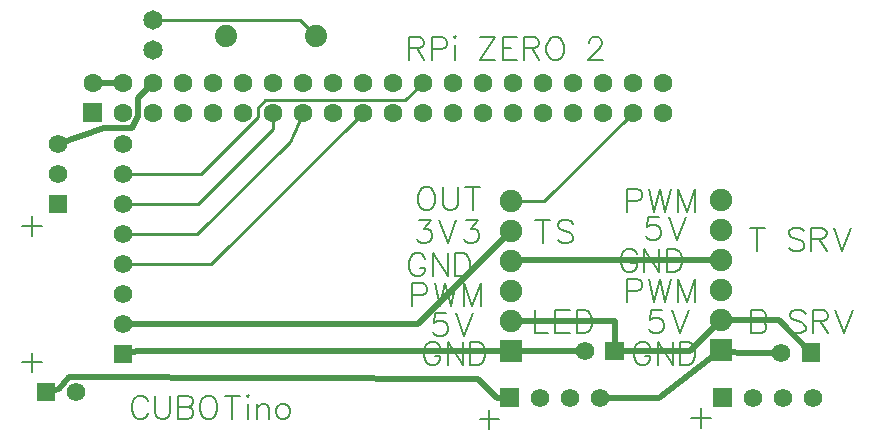
<source format=gtl>
G04 Layer: TopLayer*
G04 EasyEDA v6.5.5, 2022-06-30 12:06:16*
G04 14c6360a081142a8b98b93fd51069ae2,59b13081229d43bfb627b6405b151bcb,10*
G04 Gerber Generator version 0.2*
G04 Scale: 100 percent, Rotated: No, Reflected: No *
G04 Dimensions in millimeters *
G04 leading zeros omitted , absolute positions ,4 integer and 5 decimal *
%FSLAX45Y45*%
%MOMM*%

%ADD10C,0.2540*%
%ADD11C,0.5000*%
%ADD12C,0.2032*%
%ADD13R,1.5748X1.5748*%
%ADD14C,1.5748*%
%ADD15C,1.6000*%
%ADD17C,1.6510*%
%ADD18C,1.8796*%
%ADD19R,1.9000X1.9000*%
%ADD20C,1.9000*%

%LPD*%
D12*
X1891029Y6292850D02*
G01*
X1881886Y6311392D01*
X1863344Y6329934D01*
X1845055Y6339078D01*
X1807971Y6339078D01*
X1789429Y6329934D01*
X1771142Y6311392D01*
X1761744Y6292850D01*
X1752600Y6265163D01*
X1752600Y6219189D01*
X1761744Y6191250D01*
X1771142Y6172962D01*
X1789429Y6154420D01*
X1807971Y6145276D01*
X1845055Y6145276D01*
X1863344Y6154420D01*
X1881886Y6172962D01*
X1891029Y6191250D01*
X1951990Y6339078D02*
G01*
X1951990Y6200647D01*
X1961388Y6172962D01*
X1979929Y6154420D01*
X2007615Y6145276D01*
X2025904Y6145276D01*
X2053590Y6154420D01*
X2072131Y6172962D01*
X2081529Y6200647D01*
X2081529Y6339078D01*
X2142490Y6339078D02*
G01*
X2142490Y6145276D01*
X2142490Y6339078D02*
G01*
X2225547Y6339078D01*
X2253234Y6329934D01*
X2262377Y6320789D01*
X2271775Y6302247D01*
X2271775Y6283705D01*
X2262377Y6265163D01*
X2253234Y6256020D01*
X2225547Y6246876D01*
X2142490Y6246876D02*
G01*
X2225547Y6246876D01*
X2253234Y6237478D01*
X2262377Y6228334D01*
X2271775Y6209792D01*
X2271775Y6182105D01*
X2262377Y6163563D01*
X2253234Y6154420D01*
X2225547Y6145276D01*
X2142490Y6145276D01*
X2388108Y6339078D02*
G01*
X2369565Y6329934D01*
X2351024Y6311392D01*
X2341879Y6292850D01*
X2332736Y6265163D01*
X2332736Y6219189D01*
X2341879Y6191250D01*
X2351024Y6172962D01*
X2369565Y6154420D01*
X2388108Y6145276D01*
X2424938Y6145276D01*
X2443479Y6154420D01*
X2462022Y6172962D01*
X2471165Y6191250D01*
X2480309Y6219189D01*
X2480309Y6265163D01*
X2471165Y6292850D01*
X2462022Y6311392D01*
X2443479Y6329934D01*
X2424938Y6339078D01*
X2388108Y6339078D01*
X2606040Y6339078D02*
G01*
X2606040Y6145276D01*
X2541270Y6339078D02*
G01*
X2670809Y6339078D01*
X2731770Y6339078D02*
G01*
X2740913Y6329934D01*
X2750058Y6339078D01*
X2740913Y6348476D01*
X2731770Y6339078D01*
X2740913Y6274562D02*
G01*
X2740913Y6145276D01*
X2811018Y6274562D02*
G01*
X2811018Y6145276D01*
X2811018Y6237478D02*
G01*
X2838704Y6265163D01*
X2857245Y6274562D01*
X2884931Y6274562D01*
X2903474Y6265163D01*
X2912618Y6237478D01*
X2912618Y6145276D01*
X3019806Y6274562D02*
G01*
X3001263Y6265163D01*
X2982975Y6246876D01*
X2973577Y6219189D01*
X2973577Y6200647D01*
X2982975Y6172962D01*
X3001263Y6154420D01*
X3019806Y6145276D01*
X3047491Y6145276D01*
X3066034Y6154420D01*
X3084575Y6172962D01*
X3093720Y6200647D01*
X3093720Y6219189D01*
X3084575Y6246876D01*
X3066034Y6265163D01*
X3047491Y6274562D01*
X3019806Y6274562D01*
X4367529Y6750050D02*
G01*
X4358386Y6768592D01*
X4339843Y6787134D01*
X4321556Y6796278D01*
X4284472Y6796278D01*
X4265929Y6787134D01*
X4247641Y6768592D01*
X4238243Y6750050D01*
X4229100Y6722363D01*
X4229100Y6676389D01*
X4238243Y6648450D01*
X4247641Y6630162D01*
X4265929Y6611620D01*
X4284472Y6602476D01*
X4321556Y6602476D01*
X4339843Y6611620D01*
X4358386Y6630162D01*
X4367529Y6648450D01*
X4367529Y6676389D01*
X4321556Y6676389D02*
G01*
X4367529Y6676389D01*
X4428490Y6796278D02*
G01*
X4428490Y6602476D01*
X4428490Y6796278D02*
G01*
X4558029Y6602476D01*
X4558029Y6796278D02*
G01*
X4558029Y6602476D01*
X4618990Y6796278D02*
G01*
X4618990Y6602476D01*
X4618990Y6796278D02*
G01*
X4683506Y6796278D01*
X4711191Y6787134D01*
X4729734Y6768592D01*
X4738877Y6750050D01*
X4748275Y6722363D01*
X4748275Y6676389D01*
X4738877Y6648450D01*
X4729734Y6630162D01*
X4711191Y6611620D01*
X4683506Y6602476D01*
X4618990Y6602476D01*
X4416043Y7037578D02*
G01*
X4323841Y7037578D01*
X4314443Y6954520D01*
X4323841Y6963663D01*
X4351527Y6973062D01*
X4379213Y6973062D01*
X4406900Y6963663D01*
X4425441Y6945376D01*
X4434586Y6917689D01*
X4434586Y6899147D01*
X4425441Y6871462D01*
X4406900Y6852920D01*
X4379213Y6843776D01*
X4351527Y6843776D01*
X4323841Y6852920D01*
X4314443Y6862063D01*
X4305300Y6880605D01*
X4495545Y7037578D02*
G01*
X4569459Y6843776D01*
X4643374Y7037578D02*
G01*
X4569459Y6843776D01*
X4127500Y7291578D02*
G01*
X4127500Y7097776D01*
X4127500Y7291578D02*
G01*
X4210558Y7291578D01*
X4238243Y7282434D01*
X4247641Y7273289D01*
X4256786Y7254747D01*
X4256786Y7227062D01*
X4247641Y7208520D01*
X4238243Y7199376D01*
X4210558Y7189978D01*
X4127500Y7189978D01*
X4317745Y7291578D02*
G01*
X4363974Y7097776D01*
X4410202Y7291578D02*
G01*
X4363974Y7097776D01*
X4410202Y7291578D02*
G01*
X4456429Y7097776D01*
X4502404Y7291578D02*
G01*
X4456429Y7097776D01*
X4563363Y7291578D02*
G01*
X4563363Y7097776D01*
X4563363Y7291578D02*
G01*
X4637277Y7097776D01*
X4711191Y7291578D02*
G01*
X4637277Y7097776D01*
X4711191Y7291578D02*
G01*
X4711191Y7097776D01*
X4240529Y7499350D02*
G01*
X4231386Y7517892D01*
X4212843Y7536434D01*
X4194556Y7545578D01*
X4157472Y7545578D01*
X4138929Y7536434D01*
X4120641Y7517892D01*
X4111243Y7499350D01*
X4102100Y7471663D01*
X4102100Y7425689D01*
X4111243Y7397750D01*
X4120641Y7379462D01*
X4138929Y7360920D01*
X4157472Y7351776D01*
X4194556Y7351776D01*
X4212843Y7360920D01*
X4231386Y7379462D01*
X4240529Y7397750D01*
X4240529Y7425689D01*
X4194556Y7425689D02*
G01*
X4240529Y7425689D01*
X4301490Y7545578D02*
G01*
X4301490Y7351776D01*
X4301490Y7545578D02*
G01*
X4431029Y7351776D01*
X4431029Y7545578D02*
G01*
X4431029Y7351776D01*
X4491990Y7545578D02*
G01*
X4491990Y7351776D01*
X4491990Y7545578D02*
G01*
X4556506Y7545578D01*
X4584191Y7536434D01*
X4602734Y7517892D01*
X4611877Y7499350D01*
X4621275Y7471663D01*
X4621275Y7425689D01*
X4611877Y7397750D01*
X4602734Y7379462D01*
X4584191Y7360920D01*
X4556506Y7351776D01*
X4491990Y7351776D01*
X4184141Y7824978D02*
G01*
X4285741Y7824978D01*
X4230370Y7751063D01*
X4258056Y7751063D01*
X4276343Y7741920D01*
X4285741Y7732776D01*
X4294886Y7705089D01*
X4294886Y7686547D01*
X4285741Y7658862D01*
X4267200Y7640320D01*
X4239513Y7631176D01*
X4211827Y7631176D01*
X4184141Y7640320D01*
X4174743Y7649463D01*
X4165600Y7668005D01*
X4355845Y7824978D02*
G01*
X4429759Y7631176D01*
X4503674Y7824978D02*
G01*
X4429759Y7631176D01*
X4583175Y7824978D02*
G01*
X4684775Y7824978D01*
X4629150Y7751063D01*
X4657090Y7751063D01*
X4675377Y7741920D01*
X4684775Y7732776D01*
X4693920Y7705089D01*
X4693920Y7686547D01*
X4684775Y7658862D01*
X4666234Y7640320D01*
X4638547Y7631176D01*
X4610861Y7631176D01*
X4583175Y7640320D01*
X4573777Y7649463D01*
X4564634Y7668005D01*
X4233672Y8104378D02*
G01*
X4215129Y8095234D01*
X4196841Y8076692D01*
X4187443Y8058150D01*
X4178300Y8030463D01*
X4178300Y7984489D01*
X4187443Y7956550D01*
X4196841Y7938262D01*
X4215129Y7919720D01*
X4233672Y7910576D01*
X4270756Y7910576D01*
X4289043Y7919720D01*
X4307586Y7938262D01*
X4316729Y7956550D01*
X4326127Y7984489D01*
X4326127Y8030463D01*
X4316729Y8058150D01*
X4307586Y8076692D01*
X4289043Y8095234D01*
X4270756Y8104378D01*
X4233672Y8104378D01*
X4387088Y8104378D02*
G01*
X4387088Y7965947D01*
X4396231Y7938262D01*
X4414774Y7919720D01*
X4442459Y7910576D01*
X4461002Y7910576D01*
X4488688Y7919720D01*
X4507229Y7938262D01*
X4516374Y7965947D01*
X4516374Y8104378D01*
X4641850Y8104378D02*
G01*
X4641850Y7910576D01*
X4577334Y8104378D02*
G01*
X4706620Y8104378D01*
X6145529Y6750050D02*
G01*
X6136386Y6768592D01*
X6117843Y6787134D01*
X6099556Y6796278D01*
X6062472Y6796278D01*
X6043929Y6787134D01*
X6025641Y6768592D01*
X6016243Y6750050D01*
X6007100Y6722363D01*
X6007100Y6676389D01*
X6016243Y6648450D01*
X6025641Y6630162D01*
X6043929Y6611620D01*
X6062472Y6602476D01*
X6099556Y6602476D01*
X6117843Y6611620D01*
X6136386Y6630162D01*
X6145529Y6648450D01*
X6145529Y6676389D01*
X6099556Y6676389D02*
G01*
X6145529Y6676389D01*
X6206490Y6796278D02*
G01*
X6206490Y6602476D01*
X6206490Y6796278D02*
G01*
X6336029Y6602476D01*
X6336029Y6796278D02*
G01*
X6336029Y6602476D01*
X6396990Y6796278D02*
G01*
X6396990Y6602476D01*
X6396990Y6796278D02*
G01*
X6461506Y6796278D01*
X6489191Y6787134D01*
X6507734Y6768592D01*
X6516877Y6750050D01*
X6526275Y6722363D01*
X6526275Y6676389D01*
X6516877Y6648450D01*
X6507734Y6630162D01*
X6489191Y6611620D01*
X6461506Y6602476D01*
X6396990Y6602476D01*
X6244843Y7062978D02*
G01*
X6152641Y7062978D01*
X6143243Y6979920D01*
X6152641Y6989063D01*
X6180327Y6998462D01*
X6208013Y6998462D01*
X6235700Y6989063D01*
X6254241Y6970776D01*
X6263386Y6943089D01*
X6263386Y6924547D01*
X6254241Y6896862D01*
X6235700Y6878320D01*
X6208013Y6869176D01*
X6180327Y6869176D01*
X6152641Y6878320D01*
X6143243Y6887463D01*
X6134100Y6906005D01*
X6324345Y7062978D02*
G01*
X6398259Y6869176D01*
X6472174Y7062978D02*
G01*
X6398259Y6869176D01*
X5943600Y7329678D02*
G01*
X5943600Y7135876D01*
X5943600Y7329678D02*
G01*
X6026658Y7329678D01*
X6054343Y7320534D01*
X6063741Y7311389D01*
X6072886Y7292847D01*
X6072886Y7265162D01*
X6063741Y7246620D01*
X6054343Y7237476D01*
X6026658Y7228078D01*
X5943600Y7228078D01*
X6133845Y7329678D02*
G01*
X6180074Y7135876D01*
X6226302Y7329678D02*
G01*
X6180074Y7135876D01*
X6226302Y7329678D02*
G01*
X6272529Y7135876D01*
X6318504Y7329678D02*
G01*
X6272529Y7135876D01*
X6379463Y7329678D02*
G01*
X6379463Y7135876D01*
X6379463Y7329678D02*
G01*
X6453377Y7135876D01*
X6527291Y7329678D02*
G01*
X6453377Y7135876D01*
X6527291Y7329678D02*
G01*
X6527291Y7135876D01*
X6031229Y7537450D02*
G01*
X6022086Y7555992D01*
X6003543Y7574534D01*
X5985256Y7583678D01*
X5948172Y7583678D01*
X5929629Y7574534D01*
X5911341Y7555992D01*
X5901943Y7537450D01*
X5892800Y7509763D01*
X5892800Y7463789D01*
X5901943Y7435850D01*
X5911341Y7417562D01*
X5929629Y7399020D01*
X5948172Y7389876D01*
X5985256Y7389876D01*
X6003543Y7399020D01*
X6022086Y7417562D01*
X6031229Y7435850D01*
X6031229Y7463789D01*
X5985256Y7463789D02*
G01*
X6031229Y7463789D01*
X6092190Y7583678D02*
G01*
X6092190Y7389876D01*
X6092190Y7583678D02*
G01*
X6221729Y7389876D01*
X6221729Y7583678D02*
G01*
X6221729Y7389876D01*
X6282690Y7583678D02*
G01*
X6282690Y7389876D01*
X6282690Y7583678D02*
G01*
X6347206Y7583678D01*
X6374891Y7574534D01*
X6393434Y7555992D01*
X6402577Y7537450D01*
X6411975Y7509763D01*
X6411975Y7463789D01*
X6402577Y7435850D01*
X6393434Y7417562D01*
X6374891Y7399020D01*
X6347206Y7389876D01*
X6282690Y7389876D01*
X6219443Y7850378D02*
G01*
X6127241Y7850378D01*
X6117843Y7767320D01*
X6127241Y7776463D01*
X6154927Y7785862D01*
X6182613Y7785862D01*
X6210300Y7776463D01*
X6228841Y7758176D01*
X6237986Y7730489D01*
X6237986Y7711947D01*
X6228841Y7684262D01*
X6210300Y7665720D01*
X6182613Y7656576D01*
X6154927Y7656576D01*
X6127241Y7665720D01*
X6117843Y7674863D01*
X6108700Y7693405D01*
X6298945Y7850378D02*
G01*
X6372859Y7656576D01*
X6446774Y7850378D02*
G01*
X6372859Y7656576D01*
X5943600Y8091678D02*
G01*
X5943600Y7897876D01*
X5943600Y8091678D02*
G01*
X6026658Y8091678D01*
X6054343Y8082534D01*
X6063741Y8073389D01*
X6072886Y8054847D01*
X6072886Y8027162D01*
X6063741Y8008620D01*
X6054343Y7999476D01*
X6026658Y7990078D01*
X5943600Y7990078D01*
X6133845Y8091678D02*
G01*
X6180074Y7897876D01*
X6226302Y8091678D02*
G01*
X6180074Y7897876D01*
X6226302Y8091678D02*
G01*
X6272529Y7897876D01*
X6318504Y8091678D02*
G01*
X6272529Y7897876D01*
X6379463Y8091678D02*
G01*
X6379463Y7897876D01*
X6379463Y8091678D02*
G01*
X6453377Y7897876D01*
X6527291Y8091678D02*
G01*
X6453377Y7897876D01*
X6527291Y8091678D02*
G01*
X6527291Y7897876D01*
X5233670Y7824978D02*
G01*
X5233670Y7631176D01*
X5168900Y7824978D02*
G01*
X5298186Y7824978D01*
X5488431Y7797292D02*
G01*
X5469890Y7815834D01*
X5442204Y7824978D01*
X5405374Y7824978D01*
X5377688Y7815834D01*
X5359145Y7797292D01*
X5359145Y7778750D01*
X5368290Y7760462D01*
X5377688Y7751063D01*
X5396229Y7741920D01*
X5451602Y7723378D01*
X5469890Y7714234D01*
X5479288Y7705089D01*
X5488431Y7686547D01*
X5488431Y7658862D01*
X5469890Y7640320D01*
X5442204Y7631176D01*
X5405374Y7631176D01*
X5377688Y7640320D01*
X5359145Y7658862D01*
X5168900Y7062978D02*
G01*
X5168900Y6869176D01*
X5168900Y6869176D02*
G01*
X5279643Y6869176D01*
X5340604Y7062978D02*
G01*
X5340604Y6869176D01*
X5340604Y7062978D02*
G01*
X5460745Y7062978D01*
X5340604Y6970776D02*
G01*
X5414518Y6970776D01*
X5340604Y6869176D02*
G01*
X5460745Y6869176D01*
X5521706Y7062978D02*
G01*
X5521706Y6869176D01*
X5521706Y7062978D02*
G01*
X5586475Y7062978D01*
X5614161Y7053834D01*
X5632450Y7035292D01*
X5641847Y7016750D01*
X5650991Y6989063D01*
X5650991Y6943089D01*
X5641847Y6915150D01*
X5632450Y6896862D01*
X5614161Y6878320D01*
X5586475Y6869176D01*
X5521706Y6869176D01*
X6997700Y7062978D02*
G01*
X6997700Y6869176D01*
X6997700Y7062978D02*
G01*
X7080758Y7062978D01*
X7108443Y7053834D01*
X7117841Y7044689D01*
X7126986Y7026147D01*
X7126986Y7007605D01*
X7117841Y6989063D01*
X7108443Y6979920D01*
X7080758Y6970776D01*
X6997700Y6970776D02*
G01*
X7080758Y6970776D01*
X7108443Y6961378D01*
X7117841Y6952234D01*
X7126986Y6933692D01*
X7126986Y6906005D01*
X7117841Y6887463D01*
X7108443Y6878320D01*
X7080758Y6869176D01*
X6997700Y6869176D01*
X7459472Y7035292D02*
G01*
X7440929Y7053834D01*
X7413243Y7062978D01*
X7376413Y7062978D01*
X7348727Y7053834D01*
X7330186Y7035292D01*
X7330186Y7016750D01*
X7339329Y6998462D01*
X7348727Y6989063D01*
X7367270Y6979920D01*
X7422641Y6961378D01*
X7440929Y6952234D01*
X7450327Y6943089D01*
X7459472Y6924547D01*
X7459472Y6896862D01*
X7440929Y6878320D01*
X7413243Y6869176D01*
X7376413Y6869176D01*
X7348727Y6878320D01*
X7330186Y6896862D01*
X7520431Y7062978D02*
G01*
X7520431Y6869176D01*
X7520431Y7062978D02*
G01*
X7603490Y7062978D01*
X7631429Y7053834D01*
X7640574Y7044689D01*
X7649718Y7026147D01*
X7649718Y7007605D01*
X7640574Y6989063D01*
X7631429Y6979920D01*
X7603490Y6970776D01*
X7520431Y6970776D01*
X7585202Y6970776D02*
G01*
X7649718Y6869176D01*
X7710677Y7062978D02*
G01*
X7784591Y6869176D01*
X7858506Y7062978D02*
G01*
X7784591Y6869176D01*
X7049770Y7761478D02*
G01*
X7049770Y7567676D01*
X6985000Y7761478D02*
G01*
X7114286Y7761478D01*
X7446772Y7733792D02*
G01*
X7428229Y7752334D01*
X7400543Y7761478D01*
X7363713Y7761478D01*
X7336027Y7752334D01*
X7317486Y7733792D01*
X7317486Y7715250D01*
X7326629Y7696962D01*
X7336027Y7687563D01*
X7354570Y7678420D01*
X7409941Y7659878D01*
X7428229Y7650734D01*
X7437627Y7641589D01*
X7446772Y7623047D01*
X7446772Y7595362D01*
X7428229Y7576820D01*
X7400543Y7567676D01*
X7363713Y7567676D01*
X7336027Y7576820D01*
X7317486Y7595362D01*
X7507731Y7761478D02*
G01*
X7507731Y7567676D01*
X7507731Y7761478D02*
G01*
X7590790Y7761478D01*
X7618729Y7752334D01*
X7627874Y7743189D01*
X7637018Y7724647D01*
X7637018Y7706105D01*
X7627874Y7687563D01*
X7618729Y7678420D01*
X7590790Y7669276D01*
X7507731Y7669276D01*
X7572502Y7669276D02*
G01*
X7637018Y7567676D01*
X7697977Y7761478D02*
G01*
X7771891Y7567676D01*
X7845806Y7761478D02*
G01*
X7771891Y7567676D01*
X908557Y7860792D02*
G01*
X908557Y7694676D01*
X825500Y7777734D02*
G01*
X991870Y7777734D01*
X908557Y6705092D02*
G01*
X908557Y6538976D01*
X825500Y6622034D02*
G01*
X991870Y6622034D01*
X4782058Y6222492D02*
G01*
X4782058Y6056376D01*
X4699000Y6139434D02*
G01*
X4865370Y6139434D01*
X6572758Y6235192D02*
G01*
X6572758Y6069076D01*
X6489700Y6152134D02*
G01*
X6656070Y6152134D01*
X4102100Y9374378D02*
G01*
X4102100Y9180576D01*
X4102100Y9374378D02*
G01*
X4185158Y9374378D01*
X4212843Y9365234D01*
X4222241Y9356089D01*
X4231386Y9337547D01*
X4231386Y9319005D01*
X4222241Y9300463D01*
X4212843Y9291320D01*
X4185158Y9282176D01*
X4102100Y9282176D01*
X4166870Y9282176D02*
G01*
X4231386Y9180576D01*
X4292345Y9374378D02*
G01*
X4292345Y9180576D01*
X4292345Y9374378D02*
G01*
X4375404Y9374378D01*
X4403090Y9365234D01*
X4412488Y9356089D01*
X4421631Y9337547D01*
X4421631Y9309862D01*
X4412488Y9291320D01*
X4403090Y9282176D01*
X4375404Y9272778D01*
X4292345Y9272778D01*
X4482591Y9374378D02*
G01*
X4491990Y9365234D01*
X4501134Y9374378D01*
X4491990Y9383776D01*
X4482591Y9374378D01*
X4491990Y9309862D02*
G01*
X4491990Y9180576D01*
X4833620Y9374378D02*
G01*
X4704334Y9180576D01*
X4704334Y9374378D02*
G01*
X4833620Y9374378D01*
X4704334Y9180576D02*
G01*
X4833620Y9180576D01*
X4894579Y9374378D02*
G01*
X4894579Y9180576D01*
X4894579Y9374378D02*
G01*
X5014722Y9374378D01*
X4894579Y9282176D02*
G01*
X4968493Y9282176D01*
X4894579Y9180576D02*
G01*
X5014722Y9180576D01*
X5075681Y9374378D02*
G01*
X5075681Y9180576D01*
X5075681Y9374378D02*
G01*
X5158740Y9374378D01*
X5186425Y9365234D01*
X5195570Y9356089D01*
X5204968Y9337547D01*
X5204968Y9319005D01*
X5195570Y9300463D01*
X5186425Y9291320D01*
X5158740Y9282176D01*
X5075681Y9282176D01*
X5140197Y9282176D02*
G01*
X5204968Y9180576D01*
X5321300Y9374378D02*
G01*
X5302758Y9365234D01*
X5284470Y9346692D01*
X5275072Y9328150D01*
X5265927Y9300463D01*
X5265927Y9254489D01*
X5275072Y9226550D01*
X5284470Y9208262D01*
X5302758Y9189720D01*
X5321300Y9180576D01*
X5358129Y9180576D01*
X5376672Y9189720D01*
X5395213Y9208262D01*
X5404358Y9226550D01*
X5413756Y9254489D01*
X5413756Y9300463D01*
X5404358Y9328150D01*
X5395213Y9346692D01*
X5376672Y9365234D01*
X5358129Y9374378D01*
X5321300Y9374378D01*
X5626100Y9328150D02*
G01*
X5626100Y9337547D01*
X5635243Y9356089D01*
X5644641Y9365234D01*
X5662929Y9374378D01*
X5700013Y9374378D01*
X5718556Y9365234D01*
X5727700Y9356089D01*
X5736843Y9337547D01*
X5736843Y9319005D01*
X5727700Y9300463D01*
X5709158Y9272778D01*
X5616956Y9180576D01*
X5746241Y9180576D01*
D11*
X4965702Y6718300D02*
G01*
X1808457Y6718300D01*
X1676400Y6692900D01*
X5588002Y6718297D02*
G01*
X4965702Y6718297D01*
X1930402Y8991600D02*
G01*
X1803402Y8864600D01*
X1803402Y8709660D01*
X1752600Y8610600D01*
X1517017Y8602979D01*
X1130300Y8470900D01*
X5842000Y6718300D02*
G01*
X5842000Y6718300D01*
X5842000Y6972300D01*
X4965702Y6972300D01*
X7251702Y6705600D02*
G01*
X6892013Y6705600D01*
X6743700Y6731000D01*
X7505700Y6705600D02*
G01*
X7505700Y6705600D01*
X7235217Y6984997D01*
X6832602Y6984997D01*
X6743700Y6731000D02*
G01*
X6214391Y6324600D01*
X5715002Y6324600D01*
X4953002Y6324597D02*
G01*
X4846347Y6324597D01*
X4846347Y6324600D02*
G01*
X4688715Y6482079D01*
X1219200Y6502400D01*
X1135357Y6400800D01*
X1028700Y6375400D01*
X1028702Y6375400D02*
G01*
X1028700Y6375400D01*
D10*
X2946400Y8737600D02*
G01*
X2946908Y8599424D01*
X2314702Y7962900D01*
X1676400Y7962900D01*
X3200400Y8737600D02*
G01*
X3090163Y8492236D01*
X2306574Y7708900D01*
X1676400Y7708900D01*
D11*
X1676402Y6946897D02*
G01*
X4178302Y6946897D01*
X4965702Y7734297D01*
X1422402Y8991597D02*
G01*
X1676402Y8991597D01*
X6743702Y7492997D02*
G01*
X4978402Y7492997D01*
X4965702Y7480297D01*
X6743702Y6984997D02*
G01*
X6477002Y6718297D01*
X5842002Y6718297D01*
D10*
X5994402Y8737597D02*
G01*
X5245102Y7988297D01*
X4965702Y7988297D01*
X3708402Y8737597D02*
G01*
X2425702Y7454897D01*
X1676402Y7454897D01*
X4216402Y8991597D02*
G01*
X4070504Y8845699D01*
X2886687Y8845699D01*
X2819402Y8778415D01*
X2819402Y8696855D01*
X2339444Y8216897D01*
X1676402Y8216897D01*
X3314702Y9385297D02*
G01*
X3175002Y9524997D01*
X1930402Y9524997D01*
X6798058Y6730997D02*
G01*
X6743702Y6730997D01*
D13*
G01*
X1028700Y6375400D03*
D14*
G01*
X1282700Y6375400D03*
D13*
G01*
X1676400Y6692900D03*
D14*
G01*
X1676400Y6946900D03*
G01*
X1676400Y7200900D03*
G01*
X1676400Y7454900D03*
G01*
X1676400Y7708900D03*
G01*
X1676400Y7962900D03*
G01*
X1676400Y8216900D03*
G01*
X1676400Y8470900D03*
G36*
X4874259Y6403339D02*
G01*
X5031740Y6403339D01*
X5031740Y6245860D01*
X4874259Y6245860D01*
G37*
G01*
X5207000Y6324600D03*
G01*
X5461000Y6324600D03*
G01*
X5715000Y6324600D03*
G36*
X6677659Y6403339D02*
G01*
X6835140Y6403339D01*
X6835140Y6245860D01*
X6677659Y6245860D01*
G37*
G01*
X7010400Y6324600D03*
G01*
X7264400Y6324600D03*
G01*
X7518400Y6324600D03*
D13*
G01*
X1130300Y7962900D03*
D14*
G01*
X1130300Y8216900D03*
G01*
X1130300Y8470900D03*
D15*
G01*
X6248400Y8991600D03*
G01*
X6248400Y8737600D03*
G01*
X5994400Y8991600D03*
G01*
X5994400Y8737600D03*
G01*
X5740400Y8991600D03*
G01*
X5740400Y8737600D03*
G01*
X5486400Y8991600D03*
G01*
X5486400Y8737600D03*
G01*
X5232400Y8991600D03*
G01*
X5232400Y8737600D03*
G01*
X4978400Y8991600D03*
G01*
X4978400Y8737600D03*
G01*
X4724400Y8991600D03*
G01*
X4724400Y8737600D03*
G01*
X4470400Y8991600D03*
G01*
X4470400Y8737600D03*
G01*
X4216400Y8991600D03*
G01*
X4216400Y8737600D03*
G01*
X3962400Y8991600D03*
G01*
X3962400Y8737600D03*
G01*
X3708400Y8991600D03*
G01*
X3708400Y8737600D03*
G01*
X3454400Y8991600D03*
G01*
X3454400Y8737600D03*
G01*
X3200400Y8991600D03*
G01*
X3200400Y8737600D03*
G01*
X2946400Y8991600D03*
G01*
X2946400Y8737600D03*
G01*
X2692400Y8991600D03*
G01*
X2692400Y8737600D03*
G01*
X2438400Y8991600D03*
G01*
X2438400Y8737600D03*
G01*
X2184400Y8991600D03*
G01*
X2184400Y8737600D03*
G01*
X1930400Y8991600D03*
G01*
X1930400Y8737600D03*
G01*
X1676400Y8991600D03*
G01*
X1676400Y8737600D03*
G01*
X1422400Y8991600D03*
G36*
X1342400Y8817599D02*
G01*
X1502399Y8817599D01*
X1502399Y8657600D01*
X1342400Y8657600D01*
G37*
G36*
X5763259Y6797039D02*
G01*
X5763259Y6639560D01*
X5920740Y6639560D01*
X5920740Y6797039D01*
G37*
D14*
G01*
X5588000Y6718300D03*
G36*
X7426959Y6784339D02*
G01*
X7426959Y6626860D01*
X7584440Y6626860D01*
X7584440Y6784339D01*
G37*
G01*
X7251700Y6705600D03*
D17*
G01*
X1930400Y9525000D03*
G01*
X1930400Y9271000D03*
D18*
G01*
X3314700Y9385300D03*
G01*
X2552700Y9385300D03*
D19*
G01*
X4965700Y6718300D03*
D20*
G01*
X4965700Y6972300D03*
G01*
X4965700Y7226300D03*
G01*
X4965700Y7480300D03*
G01*
X4965700Y7734300D03*
G01*
X4965700Y7988300D03*
D19*
G01*
X6743700Y6731000D03*
D20*
G01*
X6743700Y6985000D03*
G01*
X6743700Y7239000D03*
G01*
X6743700Y7493000D03*
G01*
X6743700Y7747000D03*
G01*
X6743700Y8001000D03*
M02*

</source>
